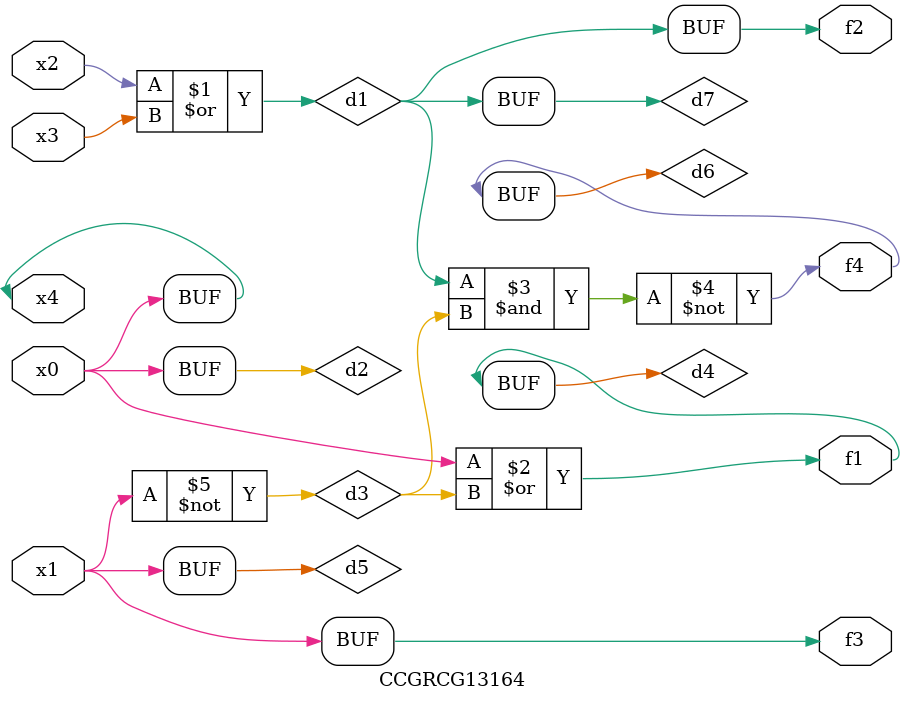
<source format=v>
module CCGRCG13164(
	input x0, x1, x2, x3, x4,
	output f1, f2, f3, f4
);

	wire d1, d2, d3, d4, d5, d6, d7;

	or (d1, x2, x3);
	buf (d2, x0, x4);
	not (d3, x1);
	or (d4, d2, d3);
	not (d5, d3);
	nand (d6, d1, d3);
	or (d7, d1);
	assign f1 = d4;
	assign f2 = d7;
	assign f3 = d5;
	assign f4 = d6;
endmodule

</source>
